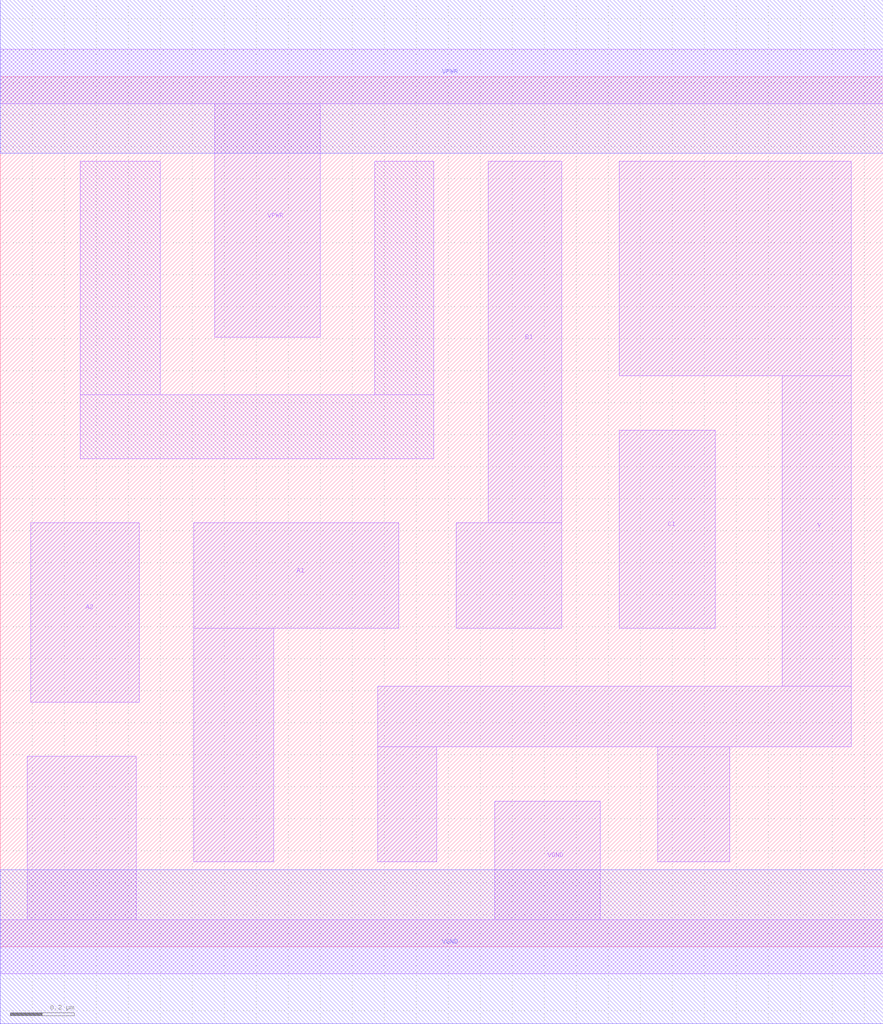
<source format=lef>
# Copyright 2020 The SkyWater PDK Authors
#
# Licensed under the Apache License, Version 2.0 (the "License");
# you may not use this file except in compliance with the License.
# You may obtain a copy of the License at
#
#     https://www.apache.org/licenses/LICENSE-2.0
#
# Unless required by applicable law or agreed to in writing, software
# distributed under the License is distributed on an "AS IS" BASIS,
# WITHOUT WARRANTIES OR CONDITIONS OF ANY KIND, either express or implied.
# See the License for the specific language governing permissions and
# limitations under the License.
#
# SPDX-License-Identifier: Apache-2.0

VERSION 5.5 ;
NAMESCASESENSITIVE ON ;
BUSBITCHARS "[]" ;
DIVIDERCHAR "/" ;
MACRO sky130_fd_sc_hd__a211oi_1
  CLASS CORE ;
  SOURCE USER ;
  ORIGIN  0.000000  0.000000 ;
  SIZE  2.760000 BY  2.720000 ;
  SYMMETRY X Y R90 ;
  SITE unithd ;
  PIN A1
    ANTENNAGATEAREA  0.247500 ;
    DIRECTION INPUT ;
    USE SIGNAL ;
    PORT
      LAYER li1 ;
        RECT 0.605000 0.265000 0.855000 0.995000 ;
        RECT 0.605000 0.995000 1.245000 1.325000 ;
    END
  END A1
  PIN A2
    ANTENNAGATEAREA  0.247500 ;
    DIRECTION INPUT ;
    USE SIGNAL ;
    PORT
      LAYER li1 ;
        RECT 0.095000 0.765000 0.435000 1.325000 ;
    END
  END A2
  PIN B1
    ANTENNAGATEAREA  0.247500 ;
    DIRECTION INPUT ;
    USE SIGNAL ;
    PORT
      LAYER li1 ;
        RECT 1.425000 0.995000 1.755000 1.325000 ;
        RECT 1.525000 1.325000 1.755000 2.455000 ;
    END
  END B1
  PIN C1
    ANTENNAGATEAREA  0.247500 ;
    DIRECTION INPUT ;
    USE SIGNAL ;
    PORT
      LAYER li1 ;
        RECT 1.935000 0.995000 2.235000 1.615000 ;
    END
  END C1
  PIN Y
    ANTENNADIFFAREA  0.619250 ;
    DIRECTION OUTPUT ;
    USE SIGNAL ;
    PORT
      LAYER li1 ;
        RECT 1.180000 0.265000 1.365000 0.625000 ;
        RECT 1.180000 0.625000 2.660000 0.815000 ;
        RECT 1.935000 1.785000 2.660000 2.455000 ;
        RECT 2.055000 0.265000 2.280000 0.625000 ;
        RECT 2.445000 0.815000 2.660000 1.785000 ;
    END
  END Y
  PIN VGND
    DIRECTION INOUT ;
    SHAPE ABUTMENT ;
    USE GROUND ;
    PORT
      LAYER li1 ;
        RECT 0.000000 -0.085000 2.760000 0.085000 ;
        RECT 0.085000  0.085000 0.425000 0.595000 ;
        RECT 1.545000  0.085000 1.875000 0.455000 ;
    END
    PORT
      LAYER met1 ;
        RECT 0.000000 -0.240000 2.760000 0.240000 ;
    END
  END VGND
  PIN VPWR
    DIRECTION INOUT ;
    SHAPE ABUTMENT ;
    USE POWER ;
    PORT
      LAYER li1 ;
        RECT 0.000000 2.635000 2.760000 2.805000 ;
        RECT 0.670000 1.905000 1.000000 2.635000 ;
    END
    PORT
      LAYER met1 ;
        RECT 0.000000 2.480000 2.760000 2.960000 ;
    END
  END VPWR
  OBS
    LAYER li1 ;
      RECT 0.250000 1.525000 1.355000 1.725000 ;
      RECT 0.250000 1.725000 0.500000 2.455000 ;
      RECT 1.170000 1.725000 1.355000 2.455000 ;
  END
END sky130_fd_sc_hd__a211oi_1
END LIBRARY

</source>
